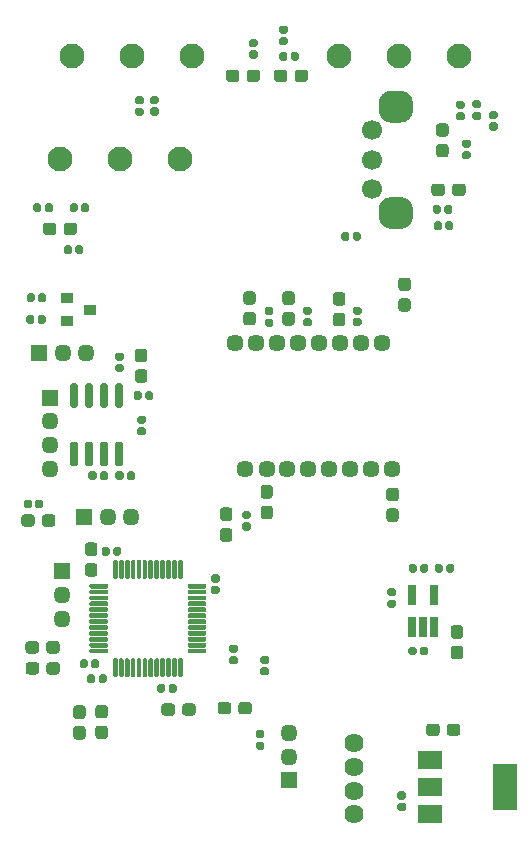
<source format=gbr>
%TF.GenerationSoftware,KiCad,Pcbnew,(5.1.6-0-10_14)*%
%TF.CreationDate,2020-12-05T10:50:09+01:00*%
%TF.ProjectId,Mys,4d79732e-6b69-4636-9164-5f7063625858,rev?*%
%TF.SameCoordinates,PX223cd58PY13c0734*%
%TF.FileFunction,Soldermask,Top*%
%TF.FilePolarity,Negative*%
%FSLAX46Y46*%
G04 Gerber Fmt 4.6, Leading zero omitted, Abs format (unit mm)*
G04 Created by KiCad (PCBNEW (5.1.6-0-10_14)) date 2020-12-05 10:50:09*
%MOMM*%
%LPD*%
G01*
G04 APERTURE LIST*
%ADD10R,1.450000X1.450000*%
%ADD11O,1.450000X1.450000*%
%ADD12C,1.700000*%
%ADD13C,1.624000*%
%ADD14C,2.100000*%
%ADD15R,1.000000X0.900000*%
%ADD16R,2.100000X1.600000*%
%ADD17R,2.100000X3.900000*%
%ADD18C,1.450000*%
%ADD19R,0.750000X1.660000*%
G04 APERTURE END LIST*
D10*
%TO.C,J3*%
X700000Y-31800000D03*
D11*
X700000Y-33800000D03*
X700000Y-35800000D03*
X700000Y-37800000D03*
%TD*%
%TO.C,J2*%
X1700000Y-50500000D03*
X1700000Y-48500000D03*
D10*
X1700000Y-46500000D03*
%TD*%
D11*
%TO.C,J6*%
X7600000Y-41900000D03*
X5600000Y-41900000D03*
D10*
X3600000Y-41900000D03*
%TD*%
D11*
%TO.C,J5*%
X3800000Y-28000000D03*
X1800000Y-28000000D03*
D10*
X-200000Y-28000000D03*
%TD*%
%TO.C,C33*%
G36*
G01*
X-575000Y-41937500D02*
X-575000Y-42462500D01*
G75*
G02*
X-837500Y-42725000I-262500J0D01*
G01*
X-1462500Y-42725000D01*
G75*
G02*
X-1725000Y-42462500I0J262500D01*
G01*
X-1725000Y-41937500D01*
G75*
G02*
X-1462500Y-41675000I262500J0D01*
G01*
X-837500Y-41675000D01*
G75*
G02*
X-575000Y-41937500I0J-262500D01*
G01*
G37*
G36*
G01*
X1175000Y-41937500D02*
X1175000Y-42462500D01*
G75*
G02*
X912500Y-42725000I-262500J0D01*
G01*
X287500Y-42725000D01*
G75*
G02*
X25000Y-42462500I0J262500D01*
G01*
X25000Y-41937500D01*
G75*
G02*
X287500Y-41675000I262500J0D01*
G01*
X912500Y-41675000D01*
G75*
G02*
X1175000Y-41937500I0J-262500D01*
G01*
G37*
%TD*%
%TO.C,C32*%
G36*
G01*
X-825000Y-40602500D02*
X-825000Y-40997500D01*
G75*
G02*
X-997500Y-41170000I-172500J0D01*
G01*
X-1342500Y-41170000D01*
G75*
G02*
X-1515000Y-40997500I0J172500D01*
G01*
X-1515000Y-40602500D01*
G75*
G02*
X-1342500Y-40430000I172500J0D01*
G01*
X-997500Y-40430000D01*
G75*
G02*
X-825000Y-40602500I0J-172500D01*
G01*
G37*
G36*
G01*
X145000Y-40602500D02*
X145000Y-40997500D01*
G75*
G02*
X-27500Y-41170000I-172500J0D01*
G01*
X-372500Y-41170000D01*
G75*
G02*
X-545000Y-40997500I0J172500D01*
G01*
X-545000Y-40602500D01*
G75*
G02*
X-372500Y-40430000I172500J0D01*
G01*
X-27500Y-40430000D01*
G75*
G02*
X145000Y-40602500I0J-172500D01*
G01*
G37*
%TD*%
D12*
%TO.C,SW3*%
X27997000Y-14156000D03*
X27997000Y-11656000D03*
X27997000Y-9156000D03*
G36*
G01*
X30407500Y-17506000D02*
X29586500Y-17506000D01*
G75*
G02*
X28547000Y-16466500I0J1039500D01*
G01*
X28547000Y-15845500D01*
G75*
G02*
X29586500Y-14806000I1039500J0D01*
G01*
X30407500Y-14806000D01*
G75*
G02*
X31447000Y-15845500I0J-1039500D01*
G01*
X31447000Y-16466500D01*
G75*
G02*
X30407500Y-17506000I-1039500J0D01*
G01*
G37*
G36*
G01*
X30407500Y-8506000D02*
X29586500Y-8506000D01*
G75*
G02*
X28547000Y-7466500I0J1039500D01*
G01*
X28547000Y-6845500D01*
G75*
G02*
X29586500Y-5806000I1039500J0D01*
G01*
X30407500Y-5806000D01*
G75*
G02*
X31447000Y-6845500I0J-1039500D01*
G01*
X31447000Y-7466500D01*
G75*
G02*
X30407500Y-8506000I-1039500J0D01*
G01*
G37*
%TD*%
%TO.C,U4*%
G36*
G01*
X6390500Y-35537500D02*
X6740500Y-35537500D01*
G75*
G02*
X6915500Y-35712500I0J-175000D01*
G01*
X6915500Y-37412500D01*
G75*
G02*
X6740500Y-37587500I-175000J0D01*
G01*
X6390500Y-37587500D01*
G75*
G02*
X6215500Y-37412500I0J175000D01*
G01*
X6215500Y-35712500D01*
G75*
G02*
X6390500Y-35537500I175000J0D01*
G01*
G37*
G36*
G01*
X5120500Y-35537500D02*
X5470500Y-35537500D01*
G75*
G02*
X5645500Y-35712500I0J-175000D01*
G01*
X5645500Y-37412500D01*
G75*
G02*
X5470500Y-37587500I-175000J0D01*
G01*
X5120500Y-37587500D01*
G75*
G02*
X4945500Y-37412500I0J175000D01*
G01*
X4945500Y-35712500D01*
G75*
G02*
X5120500Y-35537500I175000J0D01*
G01*
G37*
G36*
G01*
X3850500Y-35537500D02*
X4200500Y-35537500D01*
G75*
G02*
X4375500Y-35712500I0J-175000D01*
G01*
X4375500Y-37412500D01*
G75*
G02*
X4200500Y-37587500I-175000J0D01*
G01*
X3850500Y-37587500D01*
G75*
G02*
X3675500Y-37412500I0J175000D01*
G01*
X3675500Y-35712500D01*
G75*
G02*
X3850500Y-35537500I175000J0D01*
G01*
G37*
G36*
G01*
X2580500Y-35537500D02*
X2930500Y-35537500D01*
G75*
G02*
X3105500Y-35712500I0J-175000D01*
G01*
X3105500Y-37412500D01*
G75*
G02*
X2930500Y-37587500I-175000J0D01*
G01*
X2580500Y-37587500D01*
G75*
G02*
X2405500Y-37412500I0J175000D01*
G01*
X2405500Y-35712500D01*
G75*
G02*
X2580500Y-35537500I175000J0D01*
G01*
G37*
G36*
G01*
X2580500Y-30587500D02*
X2930500Y-30587500D01*
G75*
G02*
X3105500Y-30762500I0J-175000D01*
G01*
X3105500Y-32462500D01*
G75*
G02*
X2930500Y-32637500I-175000J0D01*
G01*
X2580500Y-32637500D01*
G75*
G02*
X2405500Y-32462500I0J175000D01*
G01*
X2405500Y-30762500D01*
G75*
G02*
X2580500Y-30587500I175000J0D01*
G01*
G37*
G36*
G01*
X3850500Y-30587500D02*
X4200500Y-30587500D01*
G75*
G02*
X4375500Y-30762500I0J-175000D01*
G01*
X4375500Y-32462500D01*
G75*
G02*
X4200500Y-32637500I-175000J0D01*
G01*
X3850500Y-32637500D01*
G75*
G02*
X3675500Y-32462500I0J175000D01*
G01*
X3675500Y-30762500D01*
G75*
G02*
X3850500Y-30587500I175000J0D01*
G01*
G37*
G36*
G01*
X5120500Y-30587500D02*
X5470500Y-30587500D01*
G75*
G02*
X5645500Y-30762500I0J-175000D01*
G01*
X5645500Y-32462500D01*
G75*
G02*
X5470500Y-32637500I-175000J0D01*
G01*
X5120500Y-32637500D01*
G75*
G02*
X4945500Y-32462500I0J175000D01*
G01*
X4945500Y-30762500D01*
G75*
G02*
X5120500Y-30587500I175000J0D01*
G01*
G37*
G36*
G01*
X6390500Y-30587500D02*
X6740500Y-30587500D01*
G75*
G02*
X6915500Y-30762500I0J-175000D01*
G01*
X6915500Y-32462500D01*
G75*
G02*
X6740500Y-32637500I-175000J0D01*
G01*
X6390500Y-32637500D01*
G75*
G02*
X6215500Y-32462500I0J175000D01*
G01*
X6215500Y-30762500D01*
G75*
G02*
X6390500Y-30587500I175000J0D01*
G01*
G37*
%TD*%
D13*
%TO.C,J1*%
X26441000Y-65056200D03*
X26441000Y-63056200D03*
X26441000Y-61056200D03*
X26441000Y-67056200D03*
%TD*%
D14*
%TO.C,SW2*%
X30280000Y-2850000D03*
X35360000Y-2850000D03*
X25200000Y-2850000D03*
%TD*%
%TO.C,C1*%
G36*
G01*
X8082500Y-6277000D02*
X8477500Y-6277000D01*
G75*
G02*
X8650000Y-6449500I0J-172500D01*
G01*
X8650000Y-6794500D01*
G75*
G02*
X8477500Y-6967000I-172500J0D01*
G01*
X8082500Y-6967000D01*
G75*
G02*
X7910000Y-6794500I0J172500D01*
G01*
X7910000Y-6449500D01*
G75*
G02*
X8082500Y-6277000I172500J0D01*
G01*
G37*
G36*
G01*
X8082500Y-7247000D02*
X8477500Y-7247000D01*
G75*
G02*
X8650000Y-7419500I0J-172500D01*
G01*
X8650000Y-7764500D01*
G75*
G02*
X8477500Y-7937000I-172500J0D01*
G01*
X8082500Y-7937000D01*
G75*
G02*
X7910000Y-7764500I0J172500D01*
G01*
X7910000Y-7419500D01*
G75*
G02*
X8082500Y-7247000I172500J0D01*
G01*
G37*
%TD*%
%TO.C,C2*%
G36*
G01*
X20654000Y-24543000D02*
X21179000Y-24543000D01*
G75*
G02*
X21441500Y-24805500I0J-262500D01*
G01*
X21441500Y-25430500D01*
G75*
G02*
X21179000Y-25693000I-262500J0D01*
G01*
X20654000Y-25693000D01*
G75*
G02*
X20391500Y-25430500I0J262500D01*
G01*
X20391500Y-24805500D01*
G75*
G02*
X20654000Y-24543000I262500J0D01*
G01*
G37*
G36*
G01*
X20654000Y-22793000D02*
X21179000Y-22793000D01*
G75*
G02*
X21441500Y-23055500I0J-262500D01*
G01*
X21441500Y-23680500D01*
G75*
G02*
X21179000Y-23943000I-262500J0D01*
G01*
X20654000Y-23943000D01*
G75*
G02*
X20391500Y-23680500I0J262500D01*
G01*
X20391500Y-23055500D01*
G75*
G02*
X20654000Y-22793000I262500J0D01*
G01*
G37*
%TD*%
%TO.C,C3*%
G36*
G01*
X26522900Y-24084800D02*
X26917900Y-24084800D01*
G75*
G02*
X27090400Y-24257300I0J-172500D01*
G01*
X27090400Y-24602300D01*
G75*
G02*
X26917900Y-24774800I-172500J0D01*
G01*
X26522900Y-24774800D01*
G75*
G02*
X26350400Y-24602300I0J172500D01*
G01*
X26350400Y-24257300D01*
G75*
G02*
X26522900Y-24084800I172500J0D01*
G01*
G37*
G36*
G01*
X26522900Y-25054800D02*
X26917900Y-25054800D01*
G75*
G02*
X27090400Y-25227300I0J-172500D01*
G01*
X27090400Y-25572300D01*
G75*
G02*
X26917900Y-25744800I-172500J0D01*
G01*
X26522900Y-25744800D01*
G75*
G02*
X26350400Y-25572300I0J172500D01*
G01*
X26350400Y-25227300D01*
G75*
G02*
X26522900Y-25054800I172500J0D01*
G01*
G37*
%TD*%
%TO.C,C4*%
G36*
G01*
X30307500Y-66101200D02*
X30702500Y-66101200D01*
G75*
G02*
X30875000Y-66273700I0J-172500D01*
G01*
X30875000Y-66618700D01*
G75*
G02*
X30702500Y-66791200I-172500J0D01*
G01*
X30307500Y-66791200D01*
G75*
G02*
X30135000Y-66618700I0J172500D01*
G01*
X30135000Y-66273700D01*
G75*
G02*
X30307500Y-66101200I172500J0D01*
G01*
G37*
G36*
G01*
X30307500Y-65131200D02*
X30702500Y-65131200D01*
G75*
G02*
X30875000Y-65303700I0J-172500D01*
G01*
X30875000Y-65648700D01*
G75*
G02*
X30702500Y-65821200I-172500J0D01*
G01*
X30307500Y-65821200D01*
G75*
G02*
X30135000Y-65648700I0J172500D01*
G01*
X30135000Y-65303700D01*
G75*
G02*
X30307500Y-65131200I172500J0D01*
G01*
G37*
%TD*%
%TO.C,C5*%
G36*
G01*
X22306500Y-24097500D02*
X22701500Y-24097500D01*
G75*
G02*
X22874000Y-24270000I0J-172500D01*
G01*
X22874000Y-24615000D01*
G75*
G02*
X22701500Y-24787500I-172500J0D01*
G01*
X22306500Y-24787500D01*
G75*
G02*
X22134000Y-24615000I0J172500D01*
G01*
X22134000Y-24270000D01*
G75*
G02*
X22306500Y-24097500I172500J0D01*
G01*
G37*
G36*
G01*
X22306500Y-25067500D02*
X22701500Y-25067500D01*
G75*
G02*
X22874000Y-25240000I0J-172500D01*
G01*
X22874000Y-25585000D01*
G75*
G02*
X22701500Y-25757500I-172500J0D01*
G01*
X22306500Y-25757500D01*
G75*
G02*
X22134000Y-25585000I0J172500D01*
G01*
X22134000Y-25240000D01*
G75*
G02*
X22306500Y-25067500I172500J0D01*
G01*
G37*
%TD*%
%TO.C,C6*%
G36*
G01*
X24933900Y-22855200D02*
X25458900Y-22855200D01*
G75*
G02*
X25721400Y-23117700I0J-262500D01*
G01*
X25721400Y-23742700D01*
G75*
G02*
X25458900Y-24005200I-262500J0D01*
G01*
X24933900Y-24005200D01*
G75*
G02*
X24671400Y-23742700I0J262500D01*
G01*
X24671400Y-23117700D01*
G75*
G02*
X24933900Y-22855200I262500J0D01*
G01*
G37*
G36*
G01*
X24933900Y-24605200D02*
X25458900Y-24605200D01*
G75*
G02*
X25721400Y-24867700I0J-262500D01*
G01*
X25721400Y-25492700D01*
G75*
G02*
X25458900Y-25755200I-262500J0D01*
G01*
X24933900Y-25755200D01*
G75*
G02*
X24671400Y-25492700I0J262500D01*
G01*
X24671400Y-24867700D01*
G75*
G02*
X24933900Y-24605200I262500J0D01*
G01*
G37*
%TD*%
%TO.C,C7*%
G36*
G01*
X38054500Y-8494000D02*
X38449500Y-8494000D01*
G75*
G02*
X38622000Y-8666500I0J-172500D01*
G01*
X38622000Y-9011500D01*
G75*
G02*
X38449500Y-9184000I-172500J0D01*
G01*
X38054500Y-9184000D01*
G75*
G02*
X37882000Y-9011500I0J172500D01*
G01*
X37882000Y-8666500D01*
G75*
G02*
X38054500Y-8494000I172500J0D01*
G01*
G37*
G36*
G01*
X38054500Y-7524000D02*
X38449500Y-7524000D01*
G75*
G02*
X38622000Y-7696500I0J-172500D01*
G01*
X38622000Y-8041500D01*
G75*
G02*
X38449500Y-8214000I-172500J0D01*
G01*
X38054500Y-8214000D01*
G75*
G02*
X37882000Y-8041500I0J172500D01*
G01*
X37882000Y-7696500D01*
G75*
G02*
X38054500Y-7524000I172500J0D01*
G01*
G37*
%TD*%
%TO.C,C8*%
G36*
G01*
X32557660Y-60170880D02*
X32557660Y-59645880D01*
G75*
G02*
X32820160Y-59383380I262500J0D01*
G01*
X33445160Y-59383380D01*
G75*
G02*
X33707660Y-59645880I0J-262500D01*
G01*
X33707660Y-60170880D01*
G75*
G02*
X33445160Y-60433380I-262500J0D01*
G01*
X32820160Y-60433380D01*
G75*
G02*
X32557660Y-60170880I0J262500D01*
G01*
G37*
G36*
G01*
X34307660Y-60170880D02*
X34307660Y-59645880D01*
G75*
G02*
X34570160Y-59383380I262500J0D01*
G01*
X35195160Y-59383380D01*
G75*
G02*
X35457660Y-59645880I0J-262500D01*
G01*
X35457660Y-60170880D01*
G75*
G02*
X35195160Y-60433380I-262500J0D01*
G01*
X34570160Y-60433380D01*
G75*
G02*
X34307660Y-60170880I0J262500D01*
G01*
G37*
%TD*%
%TO.C,C9*%
G36*
G01*
X17352000Y-24529000D02*
X17877000Y-24529000D01*
G75*
G02*
X18139500Y-24791500I0J-262500D01*
G01*
X18139500Y-25416500D01*
G75*
G02*
X17877000Y-25679000I-262500J0D01*
G01*
X17352000Y-25679000D01*
G75*
G02*
X17089500Y-25416500I0J262500D01*
G01*
X17089500Y-24791500D01*
G75*
G02*
X17352000Y-24529000I262500J0D01*
G01*
G37*
G36*
G01*
X17352000Y-22779000D02*
X17877000Y-22779000D01*
G75*
G02*
X18139500Y-23041500I0J-262500D01*
G01*
X18139500Y-23666500D01*
G75*
G02*
X17877000Y-23929000I-262500J0D01*
G01*
X17352000Y-23929000D01*
G75*
G02*
X17089500Y-23666500I0J262500D01*
G01*
X17089500Y-23041500D01*
G75*
G02*
X17352000Y-22779000I262500J0D01*
G01*
G37*
%TD*%
%TO.C,C10*%
G36*
G01*
X19068000Y-24120500D02*
X19463000Y-24120500D01*
G75*
G02*
X19635500Y-24293000I0J-172500D01*
G01*
X19635500Y-24638000D01*
G75*
G02*
X19463000Y-24810500I-172500J0D01*
G01*
X19068000Y-24810500D01*
G75*
G02*
X18895500Y-24638000I0J172500D01*
G01*
X18895500Y-24293000D01*
G75*
G02*
X19068000Y-24120500I172500J0D01*
G01*
G37*
G36*
G01*
X19068000Y-25090500D02*
X19463000Y-25090500D01*
G75*
G02*
X19635500Y-25263000I0J-172500D01*
G01*
X19635500Y-25608000D01*
G75*
G02*
X19463000Y-25780500I-172500J0D01*
G01*
X19068000Y-25780500D01*
G75*
G02*
X18895500Y-25608000I0J172500D01*
G01*
X18895500Y-25263000D01*
G75*
G02*
X19068000Y-25090500I172500J0D01*
G01*
G37*
%TD*%
%TO.C,C11*%
G36*
G01*
X26070000Y-17935500D02*
X26070000Y-18330500D01*
G75*
G02*
X25897500Y-18503000I-172500J0D01*
G01*
X25552500Y-18503000D01*
G75*
G02*
X25380000Y-18330500I0J172500D01*
G01*
X25380000Y-17935500D01*
G75*
G02*
X25552500Y-17763000I172500J0D01*
G01*
X25897500Y-17763000D01*
G75*
G02*
X26070000Y-17935500I0J-172500D01*
G01*
G37*
G36*
G01*
X27040000Y-17935500D02*
X27040000Y-18330500D01*
G75*
G02*
X26867500Y-18503000I-172500J0D01*
G01*
X26522500Y-18503000D01*
G75*
G02*
X26350000Y-18330500I0J172500D01*
G01*
X26350000Y-17935500D01*
G75*
G02*
X26522500Y-17763000I172500J0D01*
G01*
X26867500Y-17763000D01*
G75*
G02*
X27040000Y-17935500I0J-172500D01*
G01*
G37*
%TD*%
%TO.C,C12*%
G36*
G01*
X32726780Y-53045920D02*
X32726780Y-53440920D01*
G75*
G02*
X32554280Y-53613420I-172500J0D01*
G01*
X32209280Y-53613420D01*
G75*
G02*
X32036780Y-53440920I0J172500D01*
G01*
X32036780Y-53045920D01*
G75*
G02*
X32209280Y-52873420I172500J0D01*
G01*
X32554280Y-52873420D01*
G75*
G02*
X32726780Y-53045920I0J-172500D01*
G01*
G37*
G36*
G01*
X31756780Y-53045920D02*
X31756780Y-53440920D01*
G75*
G02*
X31584280Y-53613420I-172500J0D01*
G01*
X31239280Y-53613420D01*
G75*
G02*
X31066780Y-53440920I0J172500D01*
G01*
X31066780Y-53045920D01*
G75*
G02*
X31239280Y-52873420I172500J0D01*
G01*
X31584280Y-52873420D01*
G75*
G02*
X31756780Y-53045920I0J-172500D01*
G01*
G37*
%TD*%
%TO.C,C13*%
G36*
G01*
X34178000Y-17441500D02*
X34178000Y-17046500D01*
G75*
G02*
X34350500Y-16874000I172500J0D01*
G01*
X34695500Y-16874000D01*
G75*
G02*
X34868000Y-17046500I0J-172500D01*
G01*
X34868000Y-17441500D01*
G75*
G02*
X34695500Y-17614000I-172500J0D01*
G01*
X34350500Y-17614000D01*
G75*
G02*
X34178000Y-17441500I0J172500D01*
G01*
G37*
G36*
G01*
X33208000Y-17441500D02*
X33208000Y-17046500D01*
G75*
G02*
X33380500Y-16874000I172500J0D01*
G01*
X33725500Y-16874000D01*
G75*
G02*
X33898000Y-17046500I0J-172500D01*
G01*
X33898000Y-17441500D01*
G75*
G02*
X33725500Y-17614000I-172500J0D01*
G01*
X33380500Y-17614000D01*
G75*
G02*
X33208000Y-17441500I0J172500D01*
G01*
G37*
%TD*%
%TO.C,C14*%
G36*
G01*
X17545300Y-42074600D02*
X17150300Y-42074600D01*
G75*
G02*
X16977800Y-41902100I0J172500D01*
G01*
X16977800Y-41557100D01*
G75*
G02*
X17150300Y-41384600I172500J0D01*
G01*
X17545300Y-41384600D01*
G75*
G02*
X17717800Y-41557100I0J-172500D01*
G01*
X17717800Y-41902100D01*
G75*
G02*
X17545300Y-42074600I-172500J0D01*
G01*
G37*
G36*
G01*
X17545300Y-43044600D02*
X17150300Y-43044600D01*
G75*
G02*
X16977800Y-42872100I0J172500D01*
G01*
X16977800Y-42527100D01*
G75*
G02*
X17150300Y-42354600I172500J0D01*
G01*
X17545300Y-42354600D01*
G75*
G02*
X17717800Y-42527100I0J-172500D01*
G01*
X17717800Y-42872100D01*
G75*
G02*
X17545300Y-43044600I-172500J0D01*
G01*
G37*
%TD*%
%TO.C,C15*%
G36*
G01*
X29849060Y-48620460D02*
X29454060Y-48620460D01*
G75*
G02*
X29281560Y-48447960I0J172500D01*
G01*
X29281560Y-48102960D01*
G75*
G02*
X29454060Y-47930460I172500J0D01*
G01*
X29849060Y-47930460D01*
G75*
G02*
X30021560Y-48102960I0J-172500D01*
G01*
X30021560Y-48447960D01*
G75*
G02*
X29849060Y-48620460I-172500J0D01*
G01*
G37*
G36*
G01*
X29849060Y-49590460D02*
X29454060Y-49590460D01*
G75*
G02*
X29281560Y-49417960I0J172500D01*
G01*
X29281560Y-49072960D01*
G75*
G02*
X29454060Y-48900460I172500J0D01*
G01*
X29849060Y-48900460D01*
G75*
G02*
X30021560Y-49072960I0J-172500D01*
G01*
X30021560Y-49417960D01*
G75*
G02*
X29849060Y-49590460I-172500J0D01*
G01*
G37*
%TD*%
%TO.C,C16*%
G36*
G01*
X15895800Y-43991100D02*
X15370800Y-43991100D01*
G75*
G02*
X15108300Y-43728600I0J262500D01*
G01*
X15108300Y-43103600D01*
G75*
G02*
X15370800Y-42841100I262500J0D01*
G01*
X15895800Y-42841100D01*
G75*
G02*
X16158300Y-43103600I0J-262500D01*
G01*
X16158300Y-43728600D01*
G75*
G02*
X15895800Y-43991100I-262500J0D01*
G01*
G37*
G36*
G01*
X15895800Y-42241100D02*
X15370800Y-42241100D01*
G75*
G02*
X15108300Y-41978600I0J262500D01*
G01*
X15108300Y-41353600D01*
G75*
G02*
X15370800Y-41091100I262500J0D01*
G01*
X15895800Y-41091100D01*
G75*
G02*
X16158300Y-41353600I0J-262500D01*
G01*
X16158300Y-41978600D01*
G75*
G02*
X15895800Y-42241100I-262500J0D01*
G01*
G37*
%TD*%
%TO.C,C17*%
G36*
G01*
X4030000Y-15522500D02*
X4030000Y-15917500D01*
G75*
G02*
X3857500Y-16090000I-172500J0D01*
G01*
X3512500Y-16090000D01*
G75*
G02*
X3340000Y-15917500I0J172500D01*
G01*
X3340000Y-15522500D01*
G75*
G02*
X3512500Y-15350000I172500J0D01*
G01*
X3857500Y-15350000D01*
G75*
G02*
X4030000Y-15522500I0J-172500D01*
G01*
G37*
G36*
G01*
X3060000Y-15522500D02*
X3060000Y-15917500D01*
G75*
G02*
X2887500Y-16090000I-172500J0D01*
G01*
X2542500Y-16090000D01*
G75*
G02*
X2370000Y-15917500I0J172500D01*
G01*
X2370000Y-15522500D01*
G75*
G02*
X2542500Y-15350000I172500J0D01*
G01*
X2887500Y-15350000D01*
G75*
G02*
X3060000Y-15522500I0J-172500D01*
G01*
G37*
%TD*%
%TO.C,C18*%
G36*
G01*
X8169900Y-27646600D02*
X8694900Y-27646600D01*
G75*
G02*
X8957400Y-27909100I0J-262500D01*
G01*
X8957400Y-28534100D01*
G75*
G02*
X8694900Y-28796600I-262500J0D01*
G01*
X8169900Y-28796600D01*
G75*
G02*
X7907400Y-28534100I0J262500D01*
G01*
X7907400Y-27909100D01*
G75*
G02*
X8169900Y-27646600I262500J0D01*
G01*
G37*
G36*
G01*
X8169900Y-29396600D02*
X8694900Y-29396600D01*
G75*
G02*
X8957400Y-29659100I0J-262500D01*
G01*
X8957400Y-30284100D01*
G75*
G02*
X8694900Y-30546600I-262500J0D01*
G01*
X8169900Y-30546600D01*
G75*
G02*
X7907400Y-30284100I0J262500D01*
G01*
X7907400Y-29659100D01*
G75*
G02*
X8169900Y-29396600I262500J0D01*
G01*
G37*
%TD*%
%TO.C,C19*%
G36*
G01*
X9450500Y-31415000D02*
X9450500Y-31810000D01*
G75*
G02*
X9278000Y-31982500I-172500J0D01*
G01*
X8933000Y-31982500D01*
G75*
G02*
X8760500Y-31810000I0J172500D01*
G01*
X8760500Y-31415000D01*
G75*
G02*
X8933000Y-31242500I172500J0D01*
G01*
X9278000Y-31242500D01*
G75*
G02*
X9450500Y-31415000I0J-172500D01*
G01*
G37*
G36*
G01*
X8480500Y-31415000D02*
X8480500Y-31810000D01*
G75*
G02*
X8308000Y-31982500I-172500J0D01*
G01*
X7963000Y-31982500D01*
G75*
G02*
X7790500Y-31810000I0J172500D01*
G01*
X7790500Y-31415000D01*
G75*
G02*
X7963000Y-31242500I172500J0D01*
G01*
X8308000Y-31242500D01*
G75*
G02*
X8480500Y-31415000I0J-172500D01*
G01*
G37*
%TD*%
%TO.C,C22*%
G36*
G01*
X6255000Y-38595000D02*
X6255000Y-38200000D01*
G75*
G02*
X6427500Y-38027500I172500J0D01*
G01*
X6772500Y-38027500D01*
G75*
G02*
X6945000Y-38200000I0J-172500D01*
G01*
X6945000Y-38595000D01*
G75*
G02*
X6772500Y-38767500I-172500J0D01*
G01*
X6427500Y-38767500D01*
G75*
G02*
X6255000Y-38595000I0J172500D01*
G01*
G37*
G36*
G01*
X7225000Y-38595000D02*
X7225000Y-38200000D01*
G75*
G02*
X7397500Y-38027500I172500J0D01*
G01*
X7742500Y-38027500D01*
G75*
G02*
X7915000Y-38200000I0J-172500D01*
G01*
X7915000Y-38595000D01*
G75*
G02*
X7742500Y-38767500I-172500J0D01*
G01*
X7397500Y-38767500D01*
G75*
G02*
X7225000Y-38595000I0J172500D01*
G01*
G37*
%TD*%
%TO.C,C23*%
G36*
G01*
X8273000Y-34292500D02*
X8668000Y-34292500D01*
G75*
G02*
X8840500Y-34465000I0J-172500D01*
G01*
X8840500Y-34810000D01*
G75*
G02*
X8668000Y-34982500I-172500J0D01*
G01*
X8273000Y-34982500D01*
G75*
G02*
X8100500Y-34810000I0J172500D01*
G01*
X8100500Y-34465000D01*
G75*
G02*
X8273000Y-34292500I172500J0D01*
G01*
G37*
G36*
G01*
X8273000Y-33322500D02*
X8668000Y-33322500D01*
G75*
G02*
X8840500Y-33495000I0J-172500D01*
G01*
X8840500Y-33840000D01*
G75*
G02*
X8668000Y-34012500I-172500J0D01*
G01*
X8273000Y-34012500D01*
G75*
G02*
X8100500Y-33840000I0J172500D01*
G01*
X8100500Y-33495000D01*
G75*
G02*
X8273000Y-33322500I172500J0D01*
G01*
G37*
%TD*%
%TO.C,C24*%
G36*
G01*
X18701000Y-61594500D02*
X18306000Y-61594500D01*
G75*
G02*
X18133500Y-61422000I0J172500D01*
G01*
X18133500Y-61077000D01*
G75*
G02*
X18306000Y-60904500I172500J0D01*
G01*
X18701000Y-60904500D01*
G75*
G02*
X18873500Y-61077000I0J-172500D01*
G01*
X18873500Y-61422000D01*
G75*
G02*
X18701000Y-61594500I-172500J0D01*
G01*
G37*
G36*
G01*
X18701000Y-60624500D02*
X18306000Y-60624500D01*
G75*
G02*
X18133500Y-60452000I0J172500D01*
G01*
X18133500Y-60107000D01*
G75*
G02*
X18306000Y-59934500I172500J0D01*
G01*
X18701000Y-59934500D01*
G75*
G02*
X18873500Y-60107000I0J-172500D01*
G01*
X18873500Y-60452000D01*
G75*
G02*
X18701000Y-60624500I-172500J0D01*
G01*
G37*
%TD*%
%TO.C,C25*%
G36*
G01*
X4462500Y-45200000D02*
X3937500Y-45200000D01*
G75*
G02*
X3675000Y-44937500I0J262500D01*
G01*
X3675000Y-44312500D01*
G75*
G02*
X3937500Y-44050000I262500J0D01*
G01*
X4462500Y-44050000D01*
G75*
G02*
X4725000Y-44312500I0J-262500D01*
G01*
X4725000Y-44937500D01*
G75*
G02*
X4462500Y-45200000I-262500J0D01*
G01*
G37*
G36*
G01*
X4462500Y-46950000D02*
X3937500Y-46950000D01*
G75*
G02*
X3675000Y-46687500I0J262500D01*
G01*
X3675000Y-46062500D01*
G75*
G02*
X3937500Y-45800000I262500J0D01*
G01*
X4462500Y-45800000D01*
G75*
G02*
X4725000Y-46062500I0J-262500D01*
G01*
X4725000Y-46687500D01*
G75*
G02*
X4462500Y-46950000I-262500J0D01*
G01*
G37*
%TD*%
%TO.C,C26*%
G36*
G01*
X4878500Y-54130500D02*
X4878500Y-54525500D01*
G75*
G02*
X4706000Y-54698000I-172500J0D01*
G01*
X4361000Y-54698000D01*
G75*
G02*
X4188500Y-54525500I0J172500D01*
G01*
X4188500Y-54130500D01*
G75*
G02*
X4361000Y-53958000I172500J0D01*
G01*
X4706000Y-53958000D01*
G75*
G02*
X4878500Y-54130500I0J-172500D01*
G01*
G37*
G36*
G01*
X3908500Y-54130500D02*
X3908500Y-54525500D01*
G75*
G02*
X3736000Y-54698000I-172500J0D01*
G01*
X3391000Y-54698000D01*
G75*
G02*
X3218500Y-54525500I0J172500D01*
G01*
X3218500Y-54130500D01*
G75*
G02*
X3391000Y-53958000I172500J0D01*
G01*
X3736000Y-53958000D01*
G75*
G02*
X3908500Y-54130500I0J-172500D01*
G01*
G37*
%TD*%
%TO.C,C27*%
G36*
G01*
X6055000Y-44997500D02*
X6055000Y-44602500D01*
G75*
G02*
X6227500Y-44430000I172500J0D01*
G01*
X6572500Y-44430000D01*
G75*
G02*
X6745000Y-44602500I0J-172500D01*
G01*
X6745000Y-44997500D01*
G75*
G02*
X6572500Y-45170000I-172500J0D01*
G01*
X6227500Y-45170000D01*
G75*
G02*
X6055000Y-44997500I0J172500D01*
G01*
G37*
G36*
G01*
X5085000Y-44997500D02*
X5085000Y-44602500D01*
G75*
G02*
X5257500Y-44430000I172500J0D01*
G01*
X5602500Y-44430000D01*
G75*
G02*
X5775000Y-44602500I0J-172500D01*
G01*
X5775000Y-44997500D01*
G75*
G02*
X5602500Y-45170000I-172500J0D01*
G01*
X5257500Y-45170000D01*
G75*
G02*
X5085000Y-44997500I0J172500D01*
G01*
G37*
%TD*%
%TO.C,C28*%
G36*
G01*
X5513500Y-55400500D02*
X5513500Y-55795500D01*
G75*
G02*
X5341000Y-55968000I-172500J0D01*
G01*
X4996000Y-55968000D01*
G75*
G02*
X4823500Y-55795500I0J172500D01*
G01*
X4823500Y-55400500D01*
G75*
G02*
X4996000Y-55228000I172500J0D01*
G01*
X5341000Y-55228000D01*
G75*
G02*
X5513500Y-55400500I0J-172500D01*
G01*
G37*
G36*
G01*
X4543500Y-55400500D02*
X4543500Y-55795500D01*
G75*
G02*
X4371000Y-55968000I-172500J0D01*
G01*
X4026000Y-55968000D01*
G75*
G02*
X3853500Y-55795500I0J172500D01*
G01*
X3853500Y-55400500D01*
G75*
G02*
X4026000Y-55228000I172500J0D01*
G01*
X4371000Y-55228000D01*
G75*
G02*
X4543500Y-55400500I0J-172500D01*
G01*
G37*
%TD*%
%TO.C,C29*%
G36*
G01*
X10475000Y-56202500D02*
X10475000Y-56597500D01*
G75*
G02*
X10302500Y-56770000I-172500J0D01*
G01*
X9957500Y-56770000D01*
G75*
G02*
X9785000Y-56597500I0J172500D01*
G01*
X9785000Y-56202500D01*
G75*
G02*
X9957500Y-56030000I172500J0D01*
G01*
X10302500Y-56030000D01*
G75*
G02*
X10475000Y-56202500I0J-172500D01*
G01*
G37*
G36*
G01*
X11445000Y-56202500D02*
X11445000Y-56597500D01*
G75*
G02*
X11272500Y-56770000I-172500J0D01*
G01*
X10927500Y-56770000D01*
G75*
G02*
X10755000Y-56597500I0J172500D01*
G01*
X10755000Y-56202500D01*
G75*
G02*
X10927500Y-56030000I172500J0D01*
G01*
X11272500Y-56030000D01*
G75*
G02*
X11445000Y-56202500I0J-172500D01*
G01*
G37*
%TD*%
%TO.C,C30*%
G36*
G01*
X14502500Y-47725000D02*
X14897500Y-47725000D01*
G75*
G02*
X15070000Y-47897500I0J-172500D01*
G01*
X15070000Y-48242500D01*
G75*
G02*
X14897500Y-48415000I-172500J0D01*
G01*
X14502500Y-48415000D01*
G75*
G02*
X14330000Y-48242500I0J172500D01*
G01*
X14330000Y-47897500D01*
G75*
G02*
X14502500Y-47725000I172500J0D01*
G01*
G37*
G36*
G01*
X14502500Y-46755000D02*
X14897500Y-46755000D01*
G75*
G02*
X15070000Y-46927500I0J-172500D01*
G01*
X15070000Y-47272500D01*
G75*
G02*
X14897500Y-47445000I-172500J0D01*
G01*
X14502500Y-47445000D01*
G75*
G02*
X14330000Y-47272500I0J172500D01*
G01*
X14330000Y-46927500D01*
G75*
G02*
X14502500Y-46755000I172500J0D01*
G01*
G37*
%TD*%
%TO.C,C31*%
G36*
G01*
X11301080Y-57936460D02*
X11301080Y-58461460D01*
G75*
G02*
X11038580Y-58723960I-262500J0D01*
G01*
X10413580Y-58723960D01*
G75*
G02*
X10151080Y-58461460I0J262500D01*
G01*
X10151080Y-57936460D01*
G75*
G02*
X10413580Y-57673960I262500J0D01*
G01*
X11038580Y-57673960D01*
G75*
G02*
X11301080Y-57936460I0J-262500D01*
G01*
G37*
G36*
G01*
X13051080Y-57936460D02*
X13051080Y-58461460D01*
G75*
G02*
X12788580Y-58723960I-262500J0D01*
G01*
X12163580Y-58723960D01*
G75*
G02*
X11901080Y-58461460I0J262500D01*
G01*
X11901080Y-57936460D01*
G75*
G02*
X12163580Y-57673960I262500J0D01*
G01*
X12788580Y-57673960D01*
G75*
G02*
X13051080Y-57936460I0J-262500D01*
G01*
G37*
%TD*%
%TO.C,D1*%
G36*
G01*
X17357000Y-4806500D02*
X17357000Y-4281500D01*
G75*
G02*
X17619500Y-4019000I262500J0D01*
G01*
X18244500Y-4019000D01*
G75*
G02*
X18507000Y-4281500I0J-262500D01*
G01*
X18507000Y-4806500D01*
G75*
G02*
X18244500Y-5069000I-262500J0D01*
G01*
X17619500Y-5069000D01*
G75*
G02*
X17357000Y-4806500I0J262500D01*
G01*
G37*
G36*
G01*
X15607000Y-4806500D02*
X15607000Y-4281500D01*
G75*
G02*
X15869500Y-4019000I262500J0D01*
G01*
X16494500Y-4019000D01*
G75*
G02*
X16757000Y-4281500I0J-262500D01*
G01*
X16757000Y-4806500D01*
G75*
G02*
X16494500Y-5069000I-262500J0D01*
G01*
X15869500Y-5069000D01*
G75*
G02*
X15607000Y-4806500I0J262500D01*
G01*
G37*
%TD*%
%TO.C,D2*%
G36*
G01*
X34196500Y-11455000D02*
X33671500Y-11455000D01*
G75*
G02*
X33409000Y-11192500I0J262500D01*
G01*
X33409000Y-10567500D01*
G75*
G02*
X33671500Y-10305000I262500J0D01*
G01*
X34196500Y-10305000D01*
G75*
G02*
X34459000Y-10567500I0J-262500D01*
G01*
X34459000Y-11192500D01*
G75*
G02*
X34196500Y-11455000I-262500J0D01*
G01*
G37*
G36*
G01*
X34196500Y-9705000D02*
X33671500Y-9705000D01*
G75*
G02*
X33409000Y-9442500I0J262500D01*
G01*
X33409000Y-8817500D01*
G75*
G02*
X33671500Y-8555000I262500J0D01*
G01*
X34196500Y-8555000D01*
G75*
G02*
X34459000Y-8817500I0J-262500D01*
G01*
X34459000Y-9442500D01*
G75*
G02*
X34196500Y-9705000I-262500J0D01*
G01*
G37*
%TD*%
%TO.C,D3*%
G36*
G01*
X20821000Y-4281500D02*
X20821000Y-4806500D01*
G75*
G02*
X20558500Y-5069000I-262500J0D01*
G01*
X19933500Y-5069000D01*
G75*
G02*
X19671000Y-4806500I0J262500D01*
G01*
X19671000Y-4281500D01*
G75*
G02*
X19933500Y-4019000I262500J0D01*
G01*
X20558500Y-4019000D01*
G75*
G02*
X20821000Y-4281500I0J-262500D01*
G01*
G37*
G36*
G01*
X22571000Y-4281500D02*
X22571000Y-4806500D01*
G75*
G02*
X22308500Y-5069000I-262500J0D01*
G01*
X21683500Y-5069000D01*
G75*
G02*
X21421000Y-4806500I0J262500D01*
G01*
X21421000Y-4281500D01*
G75*
G02*
X21683500Y-4019000I262500J0D01*
G01*
X22308500Y-4019000D01*
G75*
G02*
X22571000Y-4281500I0J-262500D01*
G01*
G37*
%TD*%
%TO.C,D4*%
G36*
G01*
X35906000Y-13933500D02*
X35906000Y-14458500D01*
G75*
G02*
X35643500Y-14721000I-262500J0D01*
G01*
X35018500Y-14721000D01*
G75*
G02*
X34756000Y-14458500I0J262500D01*
G01*
X34756000Y-13933500D01*
G75*
G02*
X35018500Y-13671000I262500J0D01*
G01*
X35643500Y-13671000D01*
G75*
G02*
X35906000Y-13933500I0J-262500D01*
G01*
G37*
G36*
G01*
X34156000Y-13933500D02*
X34156000Y-14458500D01*
G75*
G02*
X33893500Y-14721000I-262500J0D01*
G01*
X33268500Y-14721000D01*
G75*
G02*
X33006000Y-14458500I0J262500D01*
G01*
X33006000Y-13933500D01*
G75*
G02*
X33268500Y-13671000I262500J0D01*
G01*
X33893500Y-13671000D01*
G75*
G02*
X34156000Y-13933500I0J-262500D01*
G01*
G37*
%TD*%
%TO.C,D5*%
G36*
G01*
X3013000Y-17235500D02*
X3013000Y-17760500D01*
G75*
G02*
X2750500Y-18023000I-262500J0D01*
G01*
X2125500Y-18023000D01*
G75*
G02*
X1863000Y-17760500I0J262500D01*
G01*
X1863000Y-17235500D01*
G75*
G02*
X2125500Y-16973000I262500J0D01*
G01*
X2750500Y-16973000D01*
G75*
G02*
X3013000Y-17235500I0J-262500D01*
G01*
G37*
G36*
G01*
X1263000Y-17235500D02*
X1263000Y-17760500D01*
G75*
G02*
X1000500Y-18023000I-262500J0D01*
G01*
X375500Y-18023000D01*
G75*
G02*
X113000Y-17760500I0J262500D01*
G01*
X113000Y-17235500D01*
G75*
G02*
X375500Y-16973000I262500J0D01*
G01*
X1000500Y-16973000D01*
G75*
G02*
X1263000Y-17235500I0J-262500D01*
G01*
G37*
%TD*%
%TO.C,D6*%
G36*
G01*
X2937500Y-59595000D02*
X3462500Y-59595000D01*
G75*
G02*
X3725000Y-59857500I0J-262500D01*
G01*
X3725000Y-60482500D01*
G75*
G02*
X3462500Y-60745000I-262500J0D01*
G01*
X2937500Y-60745000D01*
G75*
G02*
X2675000Y-60482500I0J262500D01*
G01*
X2675000Y-59857500D01*
G75*
G02*
X2937500Y-59595000I262500J0D01*
G01*
G37*
G36*
G01*
X2937500Y-57845000D02*
X3462500Y-57845000D01*
G75*
G02*
X3725000Y-58107500I0J-262500D01*
G01*
X3725000Y-58732500D01*
G75*
G02*
X3462500Y-58995000I-262500J0D01*
G01*
X2937500Y-58995000D01*
G75*
G02*
X2675000Y-58732500I0J262500D01*
G01*
X2675000Y-58107500D01*
G75*
G02*
X2937500Y-57845000I262500J0D01*
G01*
G37*
%TD*%
%TO.C,D7*%
G36*
G01*
X1538500Y-52668500D02*
X1538500Y-53193500D01*
G75*
G02*
X1276000Y-53456000I-262500J0D01*
G01*
X651000Y-53456000D01*
G75*
G02*
X388500Y-53193500I0J262500D01*
G01*
X388500Y-52668500D01*
G75*
G02*
X651000Y-52406000I262500J0D01*
G01*
X1276000Y-52406000D01*
G75*
G02*
X1538500Y-52668500I0J-262500D01*
G01*
G37*
G36*
G01*
X-211500Y-52668500D02*
X-211500Y-53193500D01*
G75*
G02*
X-474000Y-53456000I-262500J0D01*
G01*
X-1099000Y-53456000D01*
G75*
G02*
X-1361500Y-53193500I0J262500D01*
G01*
X-1361500Y-52668500D01*
G75*
G02*
X-1099000Y-52406000I262500J0D01*
G01*
X-474000Y-52406000D01*
G75*
G02*
X-211500Y-52668500I0J-262500D01*
G01*
G37*
%TD*%
%TO.C,FB1*%
G36*
G01*
X17807200Y-57819620D02*
X17807200Y-58344620D01*
G75*
G02*
X17544700Y-58607120I-262500J0D01*
G01*
X16919700Y-58607120D01*
G75*
G02*
X16657200Y-58344620I0J262500D01*
G01*
X16657200Y-57819620D01*
G75*
G02*
X16919700Y-57557120I262500J0D01*
G01*
X17544700Y-57557120D01*
G75*
G02*
X17807200Y-57819620I0J-262500D01*
G01*
G37*
G36*
G01*
X16057200Y-57819620D02*
X16057200Y-58344620D01*
G75*
G02*
X15794700Y-58607120I-262500J0D01*
G01*
X15169700Y-58607120D01*
G75*
G02*
X14907200Y-58344620I0J262500D01*
G01*
X14907200Y-57819620D01*
G75*
G02*
X15169700Y-57557120I262500J0D01*
G01*
X15794700Y-57557120D01*
G75*
G02*
X16057200Y-57819620I0J-262500D01*
G01*
G37*
%TD*%
D15*
%TO.C,Q1*%
X2128880Y-23379760D03*
X2128880Y-25279760D03*
X4128880Y-24329760D03*
%TD*%
%TO.C,R1*%
G36*
G01*
X18129500Y-3088000D02*
X17734500Y-3088000D01*
G75*
G02*
X17562000Y-2915500I0J172500D01*
G01*
X17562000Y-2570500D01*
G75*
G02*
X17734500Y-2398000I172500J0D01*
G01*
X18129500Y-2398000D01*
G75*
G02*
X18302000Y-2570500I0J-172500D01*
G01*
X18302000Y-2915500D01*
G75*
G02*
X18129500Y-3088000I-172500J0D01*
G01*
G37*
G36*
G01*
X18129500Y-2118000D02*
X17734500Y-2118000D01*
G75*
G02*
X17562000Y-1945500I0J172500D01*
G01*
X17562000Y-1600500D01*
G75*
G02*
X17734500Y-1428000I172500J0D01*
G01*
X18129500Y-1428000D01*
G75*
G02*
X18302000Y-1600500I0J-172500D01*
G01*
X18302000Y-1945500D01*
G75*
G02*
X18129500Y-2118000I-172500J0D01*
G01*
G37*
%TD*%
%TO.C,R2*%
G36*
G01*
X9747500Y-6944000D02*
X9352500Y-6944000D01*
G75*
G02*
X9180000Y-6771500I0J172500D01*
G01*
X9180000Y-6426500D01*
G75*
G02*
X9352500Y-6254000I172500J0D01*
G01*
X9747500Y-6254000D01*
G75*
G02*
X9920000Y-6426500I0J-172500D01*
G01*
X9920000Y-6771500D01*
G75*
G02*
X9747500Y-6944000I-172500J0D01*
G01*
G37*
G36*
G01*
X9747500Y-7914000D02*
X9352500Y-7914000D01*
G75*
G02*
X9180000Y-7741500I0J172500D01*
G01*
X9180000Y-7396500D01*
G75*
G02*
X9352500Y-7224000I172500J0D01*
G01*
X9747500Y-7224000D01*
G75*
G02*
X9920000Y-7396500I0J-172500D01*
G01*
X9920000Y-7741500D01*
G75*
G02*
X9747500Y-7914000I-172500J0D01*
G01*
G37*
%TD*%
%TO.C,R3*%
G36*
G01*
X36163500Y-11597000D02*
X35768500Y-11597000D01*
G75*
G02*
X35596000Y-11424500I0J172500D01*
G01*
X35596000Y-11079500D01*
G75*
G02*
X35768500Y-10907000I172500J0D01*
G01*
X36163500Y-10907000D01*
G75*
G02*
X36336000Y-11079500I0J-172500D01*
G01*
X36336000Y-11424500D01*
G75*
G02*
X36163500Y-11597000I-172500J0D01*
G01*
G37*
G36*
G01*
X36163500Y-10627000D02*
X35768500Y-10627000D01*
G75*
G02*
X35596000Y-10454500I0J172500D01*
G01*
X35596000Y-10109500D01*
G75*
G02*
X35768500Y-9937000I172500J0D01*
G01*
X36163500Y-9937000D01*
G75*
G02*
X36336000Y-10109500I0J-172500D01*
G01*
X36336000Y-10454500D01*
G75*
G02*
X36163500Y-10627000I-172500J0D01*
G01*
G37*
%TD*%
%TO.C,R4*%
G36*
G01*
X37052500Y-7302000D02*
X36657500Y-7302000D01*
G75*
G02*
X36485000Y-7129500I0J172500D01*
G01*
X36485000Y-6784500D01*
G75*
G02*
X36657500Y-6612000I172500J0D01*
G01*
X37052500Y-6612000D01*
G75*
G02*
X37225000Y-6784500I0J-172500D01*
G01*
X37225000Y-7129500D01*
G75*
G02*
X37052500Y-7302000I-172500J0D01*
G01*
G37*
G36*
G01*
X37052500Y-8272000D02*
X36657500Y-8272000D01*
G75*
G02*
X36485000Y-8099500I0J172500D01*
G01*
X36485000Y-7754500D01*
G75*
G02*
X36657500Y-7582000I172500J0D01*
G01*
X37052500Y-7582000D01*
G75*
G02*
X37225000Y-7754500I0J-172500D01*
G01*
X37225000Y-8099500D01*
G75*
G02*
X37052500Y-8272000I-172500J0D01*
G01*
G37*
%TD*%
%TO.C,R5*%
G36*
G01*
X30471100Y-21624600D02*
X30996100Y-21624600D01*
G75*
G02*
X31258600Y-21887100I0J-262500D01*
G01*
X31258600Y-22512100D01*
G75*
G02*
X30996100Y-22774600I-262500J0D01*
G01*
X30471100Y-22774600D01*
G75*
G02*
X30208600Y-22512100I0J262500D01*
G01*
X30208600Y-21887100D01*
G75*
G02*
X30471100Y-21624600I262500J0D01*
G01*
G37*
G36*
G01*
X30471100Y-23374600D02*
X30996100Y-23374600D01*
G75*
G02*
X31258600Y-23637100I0J-262500D01*
G01*
X31258600Y-24262100D01*
G75*
G02*
X30996100Y-24524600I-262500J0D01*
G01*
X30471100Y-24524600D01*
G75*
G02*
X30208600Y-24262100I0J262500D01*
G01*
X30208600Y-23637100D01*
G75*
G02*
X30471100Y-23374600I262500J0D01*
G01*
G37*
%TD*%
%TO.C,R6*%
G36*
G01*
X20669500Y-975000D02*
X20274500Y-975000D01*
G75*
G02*
X20102000Y-802500I0J172500D01*
G01*
X20102000Y-457500D01*
G75*
G02*
X20274500Y-285000I172500J0D01*
G01*
X20669500Y-285000D01*
G75*
G02*
X20842000Y-457500I0J-172500D01*
G01*
X20842000Y-802500D01*
G75*
G02*
X20669500Y-975000I-172500J0D01*
G01*
G37*
G36*
G01*
X20669500Y-1945000D02*
X20274500Y-1945000D01*
G75*
G02*
X20102000Y-1772500I0J172500D01*
G01*
X20102000Y-1427500D01*
G75*
G02*
X20274500Y-1255000I172500J0D01*
G01*
X20669500Y-1255000D01*
G75*
G02*
X20842000Y-1427500I0J-172500D01*
G01*
X20842000Y-1772500D01*
G75*
G02*
X20669500Y-1945000I-172500J0D01*
G01*
G37*
%TD*%
%TO.C,R7*%
G36*
G01*
X20817000Y-2695500D02*
X20817000Y-3090500D01*
G75*
G02*
X20644500Y-3263000I-172500J0D01*
G01*
X20299500Y-3263000D01*
G75*
G02*
X20127000Y-3090500I0J172500D01*
G01*
X20127000Y-2695500D01*
G75*
G02*
X20299500Y-2523000I172500J0D01*
G01*
X20644500Y-2523000D01*
G75*
G02*
X20817000Y-2695500I0J-172500D01*
G01*
G37*
G36*
G01*
X21787000Y-2695500D02*
X21787000Y-3090500D01*
G75*
G02*
X21614500Y-3263000I-172500J0D01*
G01*
X21269500Y-3263000D01*
G75*
G02*
X21097000Y-3090500I0J172500D01*
G01*
X21097000Y-2695500D01*
G75*
G02*
X21269500Y-2523000I172500J0D01*
G01*
X21614500Y-2523000D01*
G75*
G02*
X21787000Y-2695500I0J-172500D01*
G01*
G37*
%TD*%
%TO.C,R8*%
G36*
G01*
X35260500Y-6658000D02*
X35655500Y-6658000D01*
G75*
G02*
X35828000Y-6830500I0J-172500D01*
G01*
X35828000Y-7175500D01*
G75*
G02*
X35655500Y-7348000I-172500J0D01*
G01*
X35260500Y-7348000D01*
G75*
G02*
X35088000Y-7175500I0J172500D01*
G01*
X35088000Y-6830500D01*
G75*
G02*
X35260500Y-6658000I172500J0D01*
G01*
G37*
G36*
G01*
X35260500Y-7628000D02*
X35655500Y-7628000D01*
G75*
G02*
X35828000Y-7800500I0J-172500D01*
G01*
X35828000Y-8145500D01*
G75*
G02*
X35655500Y-8318000I-172500J0D01*
G01*
X35260500Y-8318000D01*
G75*
G02*
X35088000Y-8145500I0J172500D01*
G01*
X35088000Y-7800500D01*
G75*
G02*
X35260500Y-7628000I172500J0D01*
G01*
G37*
%TD*%
%TO.C,R9*%
G36*
G01*
X34787000Y-15649500D02*
X34787000Y-16044500D01*
G75*
G02*
X34614500Y-16217000I-172500J0D01*
G01*
X34269500Y-16217000D01*
G75*
G02*
X34097000Y-16044500I0J172500D01*
G01*
X34097000Y-15649500D01*
G75*
G02*
X34269500Y-15477000I172500J0D01*
G01*
X34614500Y-15477000D01*
G75*
G02*
X34787000Y-15649500I0J-172500D01*
G01*
G37*
G36*
G01*
X33817000Y-15649500D02*
X33817000Y-16044500D01*
G75*
G02*
X33644500Y-16217000I-172500J0D01*
G01*
X33299500Y-16217000D01*
G75*
G02*
X33127000Y-16044500I0J172500D01*
G01*
X33127000Y-15649500D01*
G75*
G02*
X33299500Y-15477000I172500J0D01*
G01*
X33644500Y-15477000D01*
G75*
G02*
X33817000Y-15649500I0J-172500D01*
G01*
G37*
%TD*%
%TO.C,R10*%
G36*
G01*
X35433480Y-52200440D02*
X34908480Y-52200440D01*
G75*
G02*
X34645980Y-51937940I0J262500D01*
G01*
X34645980Y-51312940D01*
G75*
G02*
X34908480Y-51050440I262500J0D01*
G01*
X35433480Y-51050440D01*
G75*
G02*
X35695980Y-51312940I0J-262500D01*
G01*
X35695980Y-51937940D01*
G75*
G02*
X35433480Y-52200440I-262500J0D01*
G01*
G37*
G36*
G01*
X35433480Y-53950440D02*
X34908480Y-53950440D01*
G75*
G02*
X34645980Y-53687940I0J262500D01*
G01*
X34645980Y-53062940D01*
G75*
G02*
X34908480Y-52800440I262500J0D01*
G01*
X35433480Y-52800440D01*
G75*
G02*
X35695980Y-53062940I0J-262500D01*
G01*
X35695980Y-53687940D01*
G75*
G02*
X35433480Y-53950440I-262500J0D01*
G01*
G37*
%TD*%
%TO.C,R11*%
G36*
G01*
X19324800Y-42086100D02*
X18799800Y-42086100D01*
G75*
G02*
X18537300Y-41823600I0J262500D01*
G01*
X18537300Y-41198600D01*
G75*
G02*
X18799800Y-40936100I262500J0D01*
G01*
X19324800Y-40936100D01*
G75*
G02*
X19587300Y-41198600I0J-262500D01*
G01*
X19587300Y-41823600D01*
G75*
G02*
X19324800Y-42086100I-262500J0D01*
G01*
G37*
G36*
G01*
X19324800Y-40336100D02*
X18799800Y-40336100D01*
G75*
G02*
X18537300Y-40073600I0J262500D01*
G01*
X18537300Y-39448600D01*
G75*
G02*
X18799800Y-39186100I262500J0D01*
G01*
X19324800Y-39186100D01*
G75*
G02*
X19587300Y-39448600I0J-262500D01*
G01*
X19587300Y-40073600D01*
G75*
G02*
X19324800Y-40336100I-262500J0D01*
G01*
G37*
%TD*%
%TO.C,R12*%
G36*
G01*
X29455100Y-41166000D02*
X29980100Y-41166000D01*
G75*
G02*
X30242600Y-41428500I0J-262500D01*
G01*
X30242600Y-42053500D01*
G75*
G02*
X29980100Y-42316000I-262500J0D01*
G01*
X29455100Y-42316000D01*
G75*
G02*
X29192600Y-42053500I0J262500D01*
G01*
X29192600Y-41428500D01*
G75*
G02*
X29455100Y-41166000I262500J0D01*
G01*
G37*
G36*
G01*
X29455100Y-39416000D02*
X29980100Y-39416000D01*
G75*
G02*
X30242600Y-39678500I0J-262500D01*
G01*
X30242600Y-40303500D01*
G75*
G02*
X29980100Y-40566000I-262500J0D01*
G01*
X29455100Y-40566000D01*
G75*
G02*
X29192600Y-40303500I0J262500D01*
G01*
X29192600Y-39678500D01*
G75*
G02*
X29455100Y-39416000I262500J0D01*
G01*
G37*
%TD*%
%TO.C,R13*%
G36*
G01*
X31772300Y-46035520D02*
X31772300Y-46430520D01*
G75*
G02*
X31599800Y-46603020I-172500J0D01*
G01*
X31254800Y-46603020D01*
G75*
G02*
X31082300Y-46430520I0J172500D01*
G01*
X31082300Y-46035520D01*
G75*
G02*
X31254800Y-45863020I172500J0D01*
G01*
X31599800Y-45863020D01*
G75*
G02*
X31772300Y-46035520I0J-172500D01*
G01*
G37*
G36*
G01*
X32742300Y-46035520D02*
X32742300Y-46430520D01*
G75*
G02*
X32569800Y-46603020I-172500J0D01*
G01*
X32224800Y-46603020D01*
G75*
G02*
X32052300Y-46430520I0J172500D01*
G01*
X32052300Y-46035520D01*
G75*
G02*
X32224800Y-45863020I172500J0D01*
G01*
X32569800Y-45863020D01*
G75*
G02*
X32742300Y-46035520I0J-172500D01*
G01*
G37*
%TD*%
%TO.C,R14*%
G36*
G01*
X34949280Y-46035520D02*
X34949280Y-46430520D01*
G75*
G02*
X34776780Y-46603020I-172500J0D01*
G01*
X34431780Y-46603020D01*
G75*
G02*
X34259280Y-46430520I0J172500D01*
G01*
X34259280Y-46035520D01*
G75*
G02*
X34431780Y-45863020I172500J0D01*
G01*
X34776780Y-45863020D01*
G75*
G02*
X34949280Y-46035520I0J-172500D01*
G01*
G37*
G36*
G01*
X33979280Y-46035520D02*
X33979280Y-46430520D01*
G75*
G02*
X33806780Y-46603020I-172500J0D01*
G01*
X33461780Y-46603020D01*
G75*
G02*
X33289280Y-46430520I0J172500D01*
G01*
X33289280Y-46035520D01*
G75*
G02*
X33461780Y-45863020I172500J0D01*
G01*
X33806780Y-45863020D01*
G75*
G02*
X33979280Y-46035520I0J-172500D01*
G01*
G37*
%TD*%
%TO.C,R15*%
G36*
G01*
X-11000Y-15522500D02*
X-11000Y-15917500D01*
G75*
G02*
X-183500Y-16090000I-172500J0D01*
G01*
X-528500Y-16090000D01*
G75*
G02*
X-701000Y-15917500I0J172500D01*
G01*
X-701000Y-15522500D01*
G75*
G02*
X-528500Y-15350000I172500J0D01*
G01*
X-183500Y-15350000D01*
G75*
G02*
X-11000Y-15522500I0J-172500D01*
G01*
G37*
G36*
G01*
X959000Y-15522500D02*
X959000Y-15917500D01*
G75*
G02*
X786500Y-16090000I-172500J0D01*
G01*
X441500Y-16090000D01*
G75*
G02*
X269000Y-15917500I0J172500D01*
G01*
X269000Y-15522500D01*
G75*
G02*
X441500Y-15350000I172500J0D01*
G01*
X786500Y-15350000D01*
G75*
G02*
X959000Y-15522500I0J-172500D01*
G01*
G37*
%TD*%
%TO.C,R16*%
G36*
G01*
X3545000Y-19078500D02*
X3545000Y-19473500D01*
G75*
G02*
X3372500Y-19646000I-172500J0D01*
G01*
X3027500Y-19646000D01*
G75*
G02*
X2855000Y-19473500I0J172500D01*
G01*
X2855000Y-19078500D01*
G75*
G02*
X3027500Y-18906000I172500J0D01*
G01*
X3372500Y-18906000D01*
G75*
G02*
X3545000Y-19078500I0J-172500D01*
G01*
G37*
G36*
G01*
X2575000Y-19078500D02*
X2575000Y-19473500D01*
G75*
G02*
X2402500Y-19646000I-172500J0D01*
G01*
X2057500Y-19646000D01*
G75*
G02*
X1885000Y-19473500I0J172500D01*
G01*
X1885000Y-19078500D01*
G75*
G02*
X2057500Y-18906000I172500J0D01*
G01*
X2402500Y-18906000D01*
G75*
G02*
X2575000Y-19078500I0J-172500D01*
G01*
G37*
%TD*%
%TO.C,R17*%
G36*
G01*
X5342100Y-60705600D02*
X4817100Y-60705600D01*
G75*
G02*
X4554600Y-60443100I0J262500D01*
G01*
X4554600Y-59818100D01*
G75*
G02*
X4817100Y-59555600I262500J0D01*
G01*
X5342100Y-59555600D01*
G75*
G02*
X5604600Y-59818100I0J-262500D01*
G01*
X5604600Y-60443100D01*
G75*
G02*
X5342100Y-60705600I-262500J0D01*
G01*
G37*
G36*
G01*
X5342100Y-58955600D02*
X4817100Y-58955600D01*
G75*
G02*
X4554600Y-58693100I0J262500D01*
G01*
X4554600Y-58068100D01*
G75*
G02*
X4817100Y-57805600I262500J0D01*
G01*
X5342100Y-57805600D01*
G75*
G02*
X5604600Y-58068100I0J-262500D01*
G01*
X5604600Y-58693100D01*
G75*
G02*
X5342100Y-58955600I-262500J0D01*
G01*
G37*
%TD*%
%TO.C,R18*%
G36*
G01*
X-1347500Y-54971500D02*
X-1347500Y-54446500D01*
G75*
G02*
X-1085000Y-54184000I262500J0D01*
G01*
X-460000Y-54184000D01*
G75*
G02*
X-197500Y-54446500I0J-262500D01*
G01*
X-197500Y-54971500D01*
G75*
G02*
X-460000Y-55234000I-262500J0D01*
G01*
X-1085000Y-55234000D01*
G75*
G02*
X-1347500Y-54971500I0J262500D01*
G01*
G37*
G36*
G01*
X402500Y-54971500D02*
X402500Y-54446500D01*
G75*
G02*
X665000Y-54184000I262500J0D01*
G01*
X1290000Y-54184000D01*
G75*
G02*
X1552500Y-54446500I0J-262500D01*
G01*
X1552500Y-54971500D01*
G75*
G02*
X1290000Y-55234000I-262500J0D01*
G01*
X665000Y-55234000D01*
G75*
G02*
X402500Y-54971500I0J262500D01*
G01*
G37*
%TD*%
%TO.C,R19*%
G36*
G01*
X367320Y-24973000D02*
X367320Y-25368000D01*
G75*
G02*
X194820Y-25540500I-172500J0D01*
G01*
X-150180Y-25540500D01*
G75*
G02*
X-322680Y-25368000I0J172500D01*
G01*
X-322680Y-24973000D01*
G75*
G02*
X-150180Y-24800500I172500J0D01*
G01*
X194820Y-24800500D01*
G75*
G02*
X367320Y-24973000I0J-172500D01*
G01*
G37*
G36*
G01*
X-602680Y-24973000D02*
X-602680Y-25368000D01*
G75*
G02*
X-775180Y-25540500I-172500J0D01*
G01*
X-1120180Y-25540500D01*
G75*
G02*
X-1292680Y-25368000I0J172500D01*
G01*
X-1292680Y-24973000D01*
G75*
G02*
X-1120180Y-24800500I172500J0D01*
G01*
X-775180Y-24800500D01*
G75*
G02*
X-602680Y-24973000I0J-172500D01*
G01*
G37*
%TD*%
%TO.C,R20*%
G36*
G01*
X-1259520Y-23536660D02*
X-1259520Y-23141660D01*
G75*
G02*
X-1087020Y-22969160I172500J0D01*
G01*
X-742020Y-22969160D01*
G75*
G02*
X-569520Y-23141660I0J-172500D01*
G01*
X-569520Y-23536660D01*
G75*
G02*
X-742020Y-23709160I-172500J0D01*
G01*
X-1087020Y-23709160D01*
G75*
G02*
X-1259520Y-23536660I0J172500D01*
G01*
G37*
G36*
G01*
X-289520Y-23536660D02*
X-289520Y-23141660D01*
G75*
G02*
X-117020Y-22969160I172500J0D01*
G01*
X227980Y-22969160D01*
G75*
G02*
X400480Y-23141660I0J-172500D01*
G01*
X400480Y-23536660D01*
G75*
G02*
X227980Y-23709160I-172500J0D01*
G01*
X-117020Y-23709160D01*
G75*
G02*
X-289520Y-23536660I0J172500D01*
G01*
G37*
%TD*%
%TO.C,R21*%
G36*
G01*
X6402500Y-28940000D02*
X6797500Y-28940000D01*
G75*
G02*
X6970000Y-29112500I0J-172500D01*
G01*
X6970000Y-29457500D01*
G75*
G02*
X6797500Y-29630000I-172500J0D01*
G01*
X6402500Y-29630000D01*
G75*
G02*
X6230000Y-29457500I0J172500D01*
G01*
X6230000Y-29112500D01*
G75*
G02*
X6402500Y-28940000I172500J0D01*
G01*
G37*
G36*
G01*
X6402500Y-27970000D02*
X6797500Y-27970000D01*
G75*
G02*
X6970000Y-28142500I0J-172500D01*
G01*
X6970000Y-28487500D01*
G75*
G02*
X6797500Y-28660000I-172500J0D01*
G01*
X6402500Y-28660000D01*
G75*
G02*
X6230000Y-28487500I0J172500D01*
G01*
X6230000Y-28142500D01*
G75*
G02*
X6402500Y-27970000I172500J0D01*
G01*
G37*
%TD*%
%TO.C,R23*%
G36*
G01*
X4940000Y-38597500D02*
X4940000Y-38202500D01*
G75*
G02*
X5112500Y-38030000I172500J0D01*
G01*
X5457500Y-38030000D01*
G75*
G02*
X5630000Y-38202500I0J-172500D01*
G01*
X5630000Y-38597500D01*
G75*
G02*
X5457500Y-38770000I-172500J0D01*
G01*
X5112500Y-38770000D01*
G75*
G02*
X4940000Y-38597500I0J172500D01*
G01*
G37*
G36*
G01*
X3970000Y-38597500D02*
X3970000Y-38202500D01*
G75*
G02*
X4142500Y-38030000I172500J0D01*
G01*
X4487500Y-38030000D01*
G75*
G02*
X4660000Y-38202500I0J-172500D01*
G01*
X4660000Y-38597500D01*
G75*
G02*
X4487500Y-38770000I-172500J0D01*
G01*
X4142500Y-38770000D01*
G75*
G02*
X3970000Y-38597500I0J172500D01*
G01*
G37*
%TD*%
%TO.C,R24*%
G36*
G01*
X16453100Y-53403000D02*
X16058100Y-53403000D01*
G75*
G02*
X15885600Y-53230500I0J172500D01*
G01*
X15885600Y-52885500D01*
G75*
G02*
X16058100Y-52713000I172500J0D01*
G01*
X16453100Y-52713000D01*
G75*
G02*
X16625600Y-52885500I0J-172500D01*
G01*
X16625600Y-53230500D01*
G75*
G02*
X16453100Y-53403000I-172500J0D01*
G01*
G37*
G36*
G01*
X16453100Y-54373000D02*
X16058100Y-54373000D01*
G75*
G02*
X15885600Y-54200500I0J172500D01*
G01*
X15885600Y-53855500D01*
G75*
G02*
X16058100Y-53683000I172500J0D01*
G01*
X16453100Y-53683000D01*
G75*
G02*
X16625600Y-53855500I0J-172500D01*
G01*
X16625600Y-54200500D01*
G75*
G02*
X16453100Y-54373000I-172500J0D01*
G01*
G37*
%TD*%
%TO.C,R25*%
G36*
G01*
X19094700Y-55310400D02*
X18699700Y-55310400D01*
G75*
G02*
X18527200Y-55137900I0J172500D01*
G01*
X18527200Y-54792900D01*
G75*
G02*
X18699700Y-54620400I172500J0D01*
G01*
X19094700Y-54620400D01*
G75*
G02*
X19267200Y-54792900I0J-172500D01*
G01*
X19267200Y-55137900D01*
G75*
G02*
X19094700Y-55310400I-172500J0D01*
G01*
G37*
G36*
G01*
X19094700Y-54340400D02*
X18699700Y-54340400D01*
G75*
G02*
X18527200Y-54167900I0J172500D01*
G01*
X18527200Y-53822900D01*
G75*
G02*
X18699700Y-53650400I172500J0D01*
G01*
X19094700Y-53650400D01*
G75*
G02*
X19267200Y-53822900I0J-172500D01*
G01*
X19267200Y-54167900D01*
G75*
G02*
X19094700Y-54340400I-172500J0D01*
G01*
G37*
%TD*%
D14*
%TO.C,SW1*%
X7620000Y-2850000D03*
X2540000Y-2850000D03*
X12700000Y-2850000D03*
%TD*%
%TO.C,SW4*%
X1520000Y-11550000D03*
X11680000Y-11550000D03*
X6600000Y-11550000D03*
%TD*%
D16*
%TO.C,U1*%
X32925220Y-62480100D03*
X32925220Y-67080100D03*
X32925220Y-64780100D03*
D17*
X39225220Y-64780100D03*
%TD*%
D18*
%TO.C,U2*%
X29690000Y-37850000D03*
X27910000Y-37850000D03*
X26130000Y-37850000D03*
X24350000Y-37850000D03*
X22570000Y-37850000D03*
X20790000Y-37850000D03*
X19050000Y-37850000D03*
X17230000Y-37850000D03*
X28800000Y-27150000D03*
X27020000Y-27150000D03*
X25240000Y-27150000D03*
X23460000Y-27150000D03*
X21680000Y-27150000D03*
X19900000Y-27150000D03*
X18120000Y-27150000D03*
X16340000Y-27150000D03*
%TD*%
D19*
%TO.C,U3*%
X31366020Y-51166960D03*
X32316020Y-51166960D03*
X33266020Y-51166960D03*
X33266020Y-48466960D03*
X31366020Y-48466960D03*
%TD*%
D10*
%TO.C,J4*%
X20980000Y-64183200D03*
D11*
X20980000Y-62183200D03*
X20980000Y-60183200D03*
%TD*%
%TO.C,U5*%
G36*
G01*
X6350000Y-55450000D02*
X6150000Y-55450000D01*
G75*
G02*
X6050000Y-55350000I0J100000D01*
G01*
X6050000Y-53975000D01*
G75*
G02*
X6150000Y-53875000I100000J0D01*
G01*
X6350000Y-53875000D01*
G75*
G02*
X6450000Y-53975000I0J-100000D01*
G01*
X6450000Y-55350000D01*
G75*
G02*
X6350000Y-55450000I-100000J0D01*
G01*
G37*
G36*
G01*
X6850000Y-55450000D02*
X6650000Y-55450000D01*
G75*
G02*
X6550000Y-55350000I0J100000D01*
G01*
X6550000Y-53975000D01*
G75*
G02*
X6650000Y-53875000I100000J0D01*
G01*
X6850000Y-53875000D01*
G75*
G02*
X6950000Y-53975000I0J-100000D01*
G01*
X6950000Y-55350000D01*
G75*
G02*
X6850000Y-55450000I-100000J0D01*
G01*
G37*
G36*
G01*
X7350000Y-55450000D02*
X7150000Y-55450000D01*
G75*
G02*
X7050000Y-55350000I0J100000D01*
G01*
X7050000Y-53975000D01*
G75*
G02*
X7150000Y-53875000I100000J0D01*
G01*
X7350000Y-53875000D01*
G75*
G02*
X7450000Y-53975000I0J-100000D01*
G01*
X7450000Y-55350000D01*
G75*
G02*
X7350000Y-55450000I-100000J0D01*
G01*
G37*
G36*
G01*
X7850000Y-55450000D02*
X7650000Y-55450000D01*
G75*
G02*
X7550000Y-55350000I0J100000D01*
G01*
X7550000Y-53975000D01*
G75*
G02*
X7650000Y-53875000I100000J0D01*
G01*
X7850000Y-53875000D01*
G75*
G02*
X7950000Y-53975000I0J-100000D01*
G01*
X7950000Y-55350000D01*
G75*
G02*
X7850000Y-55450000I-100000J0D01*
G01*
G37*
G36*
G01*
X8350000Y-55450000D02*
X8150000Y-55450000D01*
G75*
G02*
X8050000Y-55350000I0J100000D01*
G01*
X8050000Y-53975000D01*
G75*
G02*
X8150000Y-53875000I100000J0D01*
G01*
X8350000Y-53875000D01*
G75*
G02*
X8450000Y-53975000I0J-100000D01*
G01*
X8450000Y-55350000D01*
G75*
G02*
X8350000Y-55450000I-100000J0D01*
G01*
G37*
G36*
G01*
X8850000Y-55450000D02*
X8650000Y-55450000D01*
G75*
G02*
X8550000Y-55350000I0J100000D01*
G01*
X8550000Y-53975000D01*
G75*
G02*
X8650000Y-53875000I100000J0D01*
G01*
X8850000Y-53875000D01*
G75*
G02*
X8950000Y-53975000I0J-100000D01*
G01*
X8950000Y-55350000D01*
G75*
G02*
X8850000Y-55450000I-100000J0D01*
G01*
G37*
G36*
G01*
X9350000Y-55450000D02*
X9150000Y-55450000D01*
G75*
G02*
X9050000Y-55350000I0J100000D01*
G01*
X9050000Y-53975000D01*
G75*
G02*
X9150000Y-53875000I100000J0D01*
G01*
X9350000Y-53875000D01*
G75*
G02*
X9450000Y-53975000I0J-100000D01*
G01*
X9450000Y-55350000D01*
G75*
G02*
X9350000Y-55450000I-100000J0D01*
G01*
G37*
G36*
G01*
X9850000Y-55450000D02*
X9650000Y-55450000D01*
G75*
G02*
X9550000Y-55350000I0J100000D01*
G01*
X9550000Y-53975000D01*
G75*
G02*
X9650000Y-53875000I100000J0D01*
G01*
X9850000Y-53875000D01*
G75*
G02*
X9950000Y-53975000I0J-100000D01*
G01*
X9950000Y-55350000D01*
G75*
G02*
X9850000Y-55450000I-100000J0D01*
G01*
G37*
G36*
G01*
X10350000Y-55450000D02*
X10150000Y-55450000D01*
G75*
G02*
X10050000Y-55350000I0J100000D01*
G01*
X10050000Y-53975000D01*
G75*
G02*
X10150000Y-53875000I100000J0D01*
G01*
X10350000Y-53875000D01*
G75*
G02*
X10450000Y-53975000I0J-100000D01*
G01*
X10450000Y-55350000D01*
G75*
G02*
X10350000Y-55450000I-100000J0D01*
G01*
G37*
G36*
G01*
X10850000Y-55450000D02*
X10650000Y-55450000D01*
G75*
G02*
X10550000Y-55350000I0J100000D01*
G01*
X10550000Y-53975000D01*
G75*
G02*
X10650000Y-53875000I100000J0D01*
G01*
X10850000Y-53875000D01*
G75*
G02*
X10950000Y-53975000I0J-100000D01*
G01*
X10950000Y-55350000D01*
G75*
G02*
X10850000Y-55450000I-100000J0D01*
G01*
G37*
G36*
G01*
X11350000Y-55450000D02*
X11150000Y-55450000D01*
G75*
G02*
X11050000Y-55350000I0J100000D01*
G01*
X11050000Y-53975000D01*
G75*
G02*
X11150000Y-53875000I100000J0D01*
G01*
X11350000Y-53875000D01*
G75*
G02*
X11450000Y-53975000I0J-100000D01*
G01*
X11450000Y-55350000D01*
G75*
G02*
X11350000Y-55450000I-100000J0D01*
G01*
G37*
G36*
G01*
X11850000Y-55450000D02*
X11650000Y-55450000D01*
G75*
G02*
X11550000Y-55350000I0J100000D01*
G01*
X11550000Y-53975000D01*
G75*
G02*
X11650000Y-53875000I100000J0D01*
G01*
X11850000Y-53875000D01*
G75*
G02*
X11950000Y-53975000I0J-100000D01*
G01*
X11950000Y-55350000D01*
G75*
G02*
X11850000Y-55450000I-100000J0D01*
G01*
G37*
G36*
G01*
X13850000Y-53450000D02*
X12475000Y-53450000D01*
G75*
G02*
X12375000Y-53350000I0J100000D01*
G01*
X12375000Y-53150000D01*
G75*
G02*
X12475000Y-53050000I100000J0D01*
G01*
X13850000Y-53050000D01*
G75*
G02*
X13950000Y-53150000I0J-100000D01*
G01*
X13950000Y-53350000D01*
G75*
G02*
X13850000Y-53450000I-100000J0D01*
G01*
G37*
G36*
G01*
X13850000Y-52950000D02*
X12475000Y-52950000D01*
G75*
G02*
X12375000Y-52850000I0J100000D01*
G01*
X12375000Y-52650000D01*
G75*
G02*
X12475000Y-52550000I100000J0D01*
G01*
X13850000Y-52550000D01*
G75*
G02*
X13950000Y-52650000I0J-100000D01*
G01*
X13950000Y-52850000D01*
G75*
G02*
X13850000Y-52950000I-100000J0D01*
G01*
G37*
G36*
G01*
X13850000Y-52450000D02*
X12475000Y-52450000D01*
G75*
G02*
X12375000Y-52350000I0J100000D01*
G01*
X12375000Y-52150000D01*
G75*
G02*
X12475000Y-52050000I100000J0D01*
G01*
X13850000Y-52050000D01*
G75*
G02*
X13950000Y-52150000I0J-100000D01*
G01*
X13950000Y-52350000D01*
G75*
G02*
X13850000Y-52450000I-100000J0D01*
G01*
G37*
G36*
G01*
X13850000Y-51950000D02*
X12475000Y-51950000D01*
G75*
G02*
X12375000Y-51850000I0J100000D01*
G01*
X12375000Y-51650000D01*
G75*
G02*
X12475000Y-51550000I100000J0D01*
G01*
X13850000Y-51550000D01*
G75*
G02*
X13950000Y-51650000I0J-100000D01*
G01*
X13950000Y-51850000D01*
G75*
G02*
X13850000Y-51950000I-100000J0D01*
G01*
G37*
G36*
G01*
X13850000Y-51450000D02*
X12475000Y-51450000D01*
G75*
G02*
X12375000Y-51350000I0J100000D01*
G01*
X12375000Y-51150000D01*
G75*
G02*
X12475000Y-51050000I100000J0D01*
G01*
X13850000Y-51050000D01*
G75*
G02*
X13950000Y-51150000I0J-100000D01*
G01*
X13950000Y-51350000D01*
G75*
G02*
X13850000Y-51450000I-100000J0D01*
G01*
G37*
G36*
G01*
X13850000Y-50950000D02*
X12475000Y-50950000D01*
G75*
G02*
X12375000Y-50850000I0J100000D01*
G01*
X12375000Y-50650000D01*
G75*
G02*
X12475000Y-50550000I100000J0D01*
G01*
X13850000Y-50550000D01*
G75*
G02*
X13950000Y-50650000I0J-100000D01*
G01*
X13950000Y-50850000D01*
G75*
G02*
X13850000Y-50950000I-100000J0D01*
G01*
G37*
G36*
G01*
X13850000Y-50450000D02*
X12475000Y-50450000D01*
G75*
G02*
X12375000Y-50350000I0J100000D01*
G01*
X12375000Y-50150000D01*
G75*
G02*
X12475000Y-50050000I100000J0D01*
G01*
X13850000Y-50050000D01*
G75*
G02*
X13950000Y-50150000I0J-100000D01*
G01*
X13950000Y-50350000D01*
G75*
G02*
X13850000Y-50450000I-100000J0D01*
G01*
G37*
G36*
G01*
X13850000Y-49950000D02*
X12475000Y-49950000D01*
G75*
G02*
X12375000Y-49850000I0J100000D01*
G01*
X12375000Y-49650000D01*
G75*
G02*
X12475000Y-49550000I100000J0D01*
G01*
X13850000Y-49550000D01*
G75*
G02*
X13950000Y-49650000I0J-100000D01*
G01*
X13950000Y-49850000D01*
G75*
G02*
X13850000Y-49950000I-100000J0D01*
G01*
G37*
G36*
G01*
X13850000Y-49450000D02*
X12475000Y-49450000D01*
G75*
G02*
X12375000Y-49350000I0J100000D01*
G01*
X12375000Y-49150000D01*
G75*
G02*
X12475000Y-49050000I100000J0D01*
G01*
X13850000Y-49050000D01*
G75*
G02*
X13950000Y-49150000I0J-100000D01*
G01*
X13950000Y-49350000D01*
G75*
G02*
X13850000Y-49450000I-100000J0D01*
G01*
G37*
G36*
G01*
X13850000Y-48950000D02*
X12475000Y-48950000D01*
G75*
G02*
X12375000Y-48850000I0J100000D01*
G01*
X12375000Y-48650000D01*
G75*
G02*
X12475000Y-48550000I100000J0D01*
G01*
X13850000Y-48550000D01*
G75*
G02*
X13950000Y-48650000I0J-100000D01*
G01*
X13950000Y-48850000D01*
G75*
G02*
X13850000Y-48950000I-100000J0D01*
G01*
G37*
G36*
G01*
X13850000Y-48450000D02*
X12475000Y-48450000D01*
G75*
G02*
X12375000Y-48350000I0J100000D01*
G01*
X12375000Y-48150000D01*
G75*
G02*
X12475000Y-48050000I100000J0D01*
G01*
X13850000Y-48050000D01*
G75*
G02*
X13950000Y-48150000I0J-100000D01*
G01*
X13950000Y-48350000D01*
G75*
G02*
X13850000Y-48450000I-100000J0D01*
G01*
G37*
G36*
G01*
X13850000Y-47950000D02*
X12475000Y-47950000D01*
G75*
G02*
X12375000Y-47850000I0J100000D01*
G01*
X12375000Y-47650000D01*
G75*
G02*
X12475000Y-47550000I100000J0D01*
G01*
X13850000Y-47550000D01*
G75*
G02*
X13950000Y-47650000I0J-100000D01*
G01*
X13950000Y-47850000D01*
G75*
G02*
X13850000Y-47950000I-100000J0D01*
G01*
G37*
G36*
G01*
X11850000Y-47125000D02*
X11650000Y-47125000D01*
G75*
G02*
X11550000Y-47025000I0J100000D01*
G01*
X11550000Y-45650000D01*
G75*
G02*
X11650000Y-45550000I100000J0D01*
G01*
X11850000Y-45550000D01*
G75*
G02*
X11950000Y-45650000I0J-100000D01*
G01*
X11950000Y-47025000D01*
G75*
G02*
X11850000Y-47125000I-100000J0D01*
G01*
G37*
G36*
G01*
X11350000Y-47125000D02*
X11150000Y-47125000D01*
G75*
G02*
X11050000Y-47025000I0J100000D01*
G01*
X11050000Y-45650000D01*
G75*
G02*
X11150000Y-45550000I100000J0D01*
G01*
X11350000Y-45550000D01*
G75*
G02*
X11450000Y-45650000I0J-100000D01*
G01*
X11450000Y-47025000D01*
G75*
G02*
X11350000Y-47125000I-100000J0D01*
G01*
G37*
G36*
G01*
X10850000Y-47125000D02*
X10650000Y-47125000D01*
G75*
G02*
X10550000Y-47025000I0J100000D01*
G01*
X10550000Y-45650000D01*
G75*
G02*
X10650000Y-45550000I100000J0D01*
G01*
X10850000Y-45550000D01*
G75*
G02*
X10950000Y-45650000I0J-100000D01*
G01*
X10950000Y-47025000D01*
G75*
G02*
X10850000Y-47125000I-100000J0D01*
G01*
G37*
G36*
G01*
X10350000Y-47125000D02*
X10150000Y-47125000D01*
G75*
G02*
X10050000Y-47025000I0J100000D01*
G01*
X10050000Y-45650000D01*
G75*
G02*
X10150000Y-45550000I100000J0D01*
G01*
X10350000Y-45550000D01*
G75*
G02*
X10450000Y-45650000I0J-100000D01*
G01*
X10450000Y-47025000D01*
G75*
G02*
X10350000Y-47125000I-100000J0D01*
G01*
G37*
G36*
G01*
X9850000Y-47125000D02*
X9650000Y-47125000D01*
G75*
G02*
X9550000Y-47025000I0J100000D01*
G01*
X9550000Y-45650000D01*
G75*
G02*
X9650000Y-45550000I100000J0D01*
G01*
X9850000Y-45550000D01*
G75*
G02*
X9950000Y-45650000I0J-100000D01*
G01*
X9950000Y-47025000D01*
G75*
G02*
X9850000Y-47125000I-100000J0D01*
G01*
G37*
G36*
G01*
X9350000Y-47125000D02*
X9150000Y-47125000D01*
G75*
G02*
X9050000Y-47025000I0J100000D01*
G01*
X9050000Y-45650000D01*
G75*
G02*
X9150000Y-45550000I100000J0D01*
G01*
X9350000Y-45550000D01*
G75*
G02*
X9450000Y-45650000I0J-100000D01*
G01*
X9450000Y-47025000D01*
G75*
G02*
X9350000Y-47125000I-100000J0D01*
G01*
G37*
G36*
G01*
X8850000Y-47125000D02*
X8650000Y-47125000D01*
G75*
G02*
X8550000Y-47025000I0J100000D01*
G01*
X8550000Y-45650000D01*
G75*
G02*
X8650000Y-45550000I100000J0D01*
G01*
X8850000Y-45550000D01*
G75*
G02*
X8950000Y-45650000I0J-100000D01*
G01*
X8950000Y-47025000D01*
G75*
G02*
X8850000Y-47125000I-100000J0D01*
G01*
G37*
G36*
G01*
X8350000Y-47125000D02*
X8150000Y-47125000D01*
G75*
G02*
X8050000Y-47025000I0J100000D01*
G01*
X8050000Y-45650000D01*
G75*
G02*
X8150000Y-45550000I100000J0D01*
G01*
X8350000Y-45550000D01*
G75*
G02*
X8450000Y-45650000I0J-100000D01*
G01*
X8450000Y-47025000D01*
G75*
G02*
X8350000Y-47125000I-100000J0D01*
G01*
G37*
G36*
G01*
X7850000Y-47125000D02*
X7650000Y-47125000D01*
G75*
G02*
X7550000Y-47025000I0J100000D01*
G01*
X7550000Y-45650000D01*
G75*
G02*
X7650000Y-45550000I100000J0D01*
G01*
X7850000Y-45550000D01*
G75*
G02*
X7950000Y-45650000I0J-100000D01*
G01*
X7950000Y-47025000D01*
G75*
G02*
X7850000Y-47125000I-100000J0D01*
G01*
G37*
G36*
G01*
X7350000Y-47125000D02*
X7150000Y-47125000D01*
G75*
G02*
X7050000Y-47025000I0J100000D01*
G01*
X7050000Y-45650000D01*
G75*
G02*
X7150000Y-45550000I100000J0D01*
G01*
X7350000Y-45550000D01*
G75*
G02*
X7450000Y-45650000I0J-100000D01*
G01*
X7450000Y-47025000D01*
G75*
G02*
X7350000Y-47125000I-100000J0D01*
G01*
G37*
G36*
G01*
X6850000Y-47125000D02*
X6650000Y-47125000D01*
G75*
G02*
X6550000Y-47025000I0J100000D01*
G01*
X6550000Y-45650000D01*
G75*
G02*
X6650000Y-45550000I100000J0D01*
G01*
X6850000Y-45550000D01*
G75*
G02*
X6950000Y-45650000I0J-100000D01*
G01*
X6950000Y-47025000D01*
G75*
G02*
X6850000Y-47125000I-100000J0D01*
G01*
G37*
G36*
G01*
X6350000Y-47125000D02*
X6150000Y-47125000D01*
G75*
G02*
X6050000Y-47025000I0J100000D01*
G01*
X6050000Y-45650000D01*
G75*
G02*
X6150000Y-45550000I100000J0D01*
G01*
X6350000Y-45550000D01*
G75*
G02*
X6450000Y-45650000I0J-100000D01*
G01*
X6450000Y-47025000D01*
G75*
G02*
X6350000Y-47125000I-100000J0D01*
G01*
G37*
G36*
G01*
X5525000Y-47950000D02*
X4150000Y-47950000D01*
G75*
G02*
X4050000Y-47850000I0J100000D01*
G01*
X4050000Y-47650000D01*
G75*
G02*
X4150000Y-47550000I100000J0D01*
G01*
X5525000Y-47550000D01*
G75*
G02*
X5625000Y-47650000I0J-100000D01*
G01*
X5625000Y-47850000D01*
G75*
G02*
X5525000Y-47950000I-100000J0D01*
G01*
G37*
G36*
G01*
X5525000Y-48450000D02*
X4150000Y-48450000D01*
G75*
G02*
X4050000Y-48350000I0J100000D01*
G01*
X4050000Y-48150000D01*
G75*
G02*
X4150000Y-48050000I100000J0D01*
G01*
X5525000Y-48050000D01*
G75*
G02*
X5625000Y-48150000I0J-100000D01*
G01*
X5625000Y-48350000D01*
G75*
G02*
X5525000Y-48450000I-100000J0D01*
G01*
G37*
G36*
G01*
X5525000Y-48950000D02*
X4150000Y-48950000D01*
G75*
G02*
X4050000Y-48850000I0J100000D01*
G01*
X4050000Y-48650000D01*
G75*
G02*
X4150000Y-48550000I100000J0D01*
G01*
X5525000Y-48550000D01*
G75*
G02*
X5625000Y-48650000I0J-100000D01*
G01*
X5625000Y-48850000D01*
G75*
G02*
X5525000Y-48950000I-100000J0D01*
G01*
G37*
G36*
G01*
X5525000Y-49450000D02*
X4150000Y-49450000D01*
G75*
G02*
X4050000Y-49350000I0J100000D01*
G01*
X4050000Y-49150000D01*
G75*
G02*
X4150000Y-49050000I100000J0D01*
G01*
X5525000Y-49050000D01*
G75*
G02*
X5625000Y-49150000I0J-100000D01*
G01*
X5625000Y-49350000D01*
G75*
G02*
X5525000Y-49450000I-100000J0D01*
G01*
G37*
G36*
G01*
X5525000Y-49950000D02*
X4150000Y-49950000D01*
G75*
G02*
X4050000Y-49850000I0J100000D01*
G01*
X4050000Y-49650000D01*
G75*
G02*
X4150000Y-49550000I100000J0D01*
G01*
X5525000Y-49550000D01*
G75*
G02*
X5625000Y-49650000I0J-100000D01*
G01*
X5625000Y-49850000D01*
G75*
G02*
X5525000Y-49950000I-100000J0D01*
G01*
G37*
G36*
G01*
X5525000Y-50450000D02*
X4150000Y-50450000D01*
G75*
G02*
X4050000Y-50350000I0J100000D01*
G01*
X4050000Y-50150000D01*
G75*
G02*
X4150000Y-50050000I100000J0D01*
G01*
X5525000Y-50050000D01*
G75*
G02*
X5625000Y-50150000I0J-100000D01*
G01*
X5625000Y-50350000D01*
G75*
G02*
X5525000Y-50450000I-100000J0D01*
G01*
G37*
G36*
G01*
X5525000Y-50950000D02*
X4150000Y-50950000D01*
G75*
G02*
X4050000Y-50850000I0J100000D01*
G01*
X4050000Y-50650000D01*
G75*
G02*
X4150000Y-50550000I100000J0D01*
G01*
X5525000Y-50550000D01*
G75*
G02*
X5625000Y-50650000I0J-100000D01*
G01*
X5625000Y-50850000D01*
G75*
G02*
X5525000Y-50950000I-100000J0D01*
G01*
G37*
G36*
G01*
X5525000Y-51450000D02*
X4150000Y-51450000D01*
G75*
G02*
X4050000Y-51350000I0J100000D01*
G01*
X4050000Y-51150000D01*
G75*
G02*
X4150000Y-51050000I100000J0D01*
G01*
X5525000Y-51050000D01*
G75*
G02*
X5625000Y-51150000I0J-100000D01*
G01*
X5625000Y-51350000D01*
G75*
G02*
X5525000Y-51450000I-100000J0D01*
G01*
G37*
G36*
G01*
X5525000Y-51950000D02*
X4150000Y-51950000D01*
G75*
G02*
X4050000Y-51850000I0J100000D01*
G01*
X4050000Y-51650000D01*
G75*
G02*
X4150000Y-51550000I100000J0D01*
G01*
X5525000Y-51550000D01*
G75*
G02*
X5625000Y-51650000I0J-100000D01*
G01*
X5625000Y-51850000D01*
G75*
G02*
X5525000Y-51950000I-100000J0D01*
G01*
G37*
G36*
G01*
X5525000Y-52450000D02*
X4150000Y-52450000D01*
G75*
G02*
X4050000Y-52350000I0J100000D01*
G01*
X4050000Y-52150000D01*
G75*
G02*
X4150000Y-52050000I100000J0D01*
G01*
X5525000Y-52050000D01*
G75*
G02*
X5625000Y-52150000I0J-100000D01*
G01*
X5625000Y-52350000D01*
G75*
G02*
X5525000Y-52450000I-100000J0D01*
G01*
G37*
G36*
G01*
X5525000Y-52950000D02*
X4150000Y-52950000D01*
G75*
G02*
X4050000Y-52850000I0J100000D01*
G01*
X4050000Y-52650000D01*
G75*
G02*
X4150000Y-52550000I100000J0D01*
G01*
X5525000Y-52550000D01*
G75*
G02*
X5625000Y-52650000I0J-100000D01*
G01*
X5625000Y-52850000D01*
G75*
G02*
X5525000Y-52950000I-100000J0D01*
G01*
G37*
G36*
G01*
X5525000Y-53450000D02*
X4150000Y-53450000D01*
G75*
G02*
X4050000Y-53350000I0J100000D01*
G01*
X4050000Y-53150000D01*
G75*
G02*
X4150000Y-53050000I100000J0D01*
G01*
X5525000Y-53050000D01*
G75*
G02*
X5625000Y-53150000I0J-100000D01*
G01*
X5625000Y-53350000D01*
G75*
G02*
X5525000Y-53450000I-100000J0D01*
G01*
G37*
%TD*%
M02*

</source>
